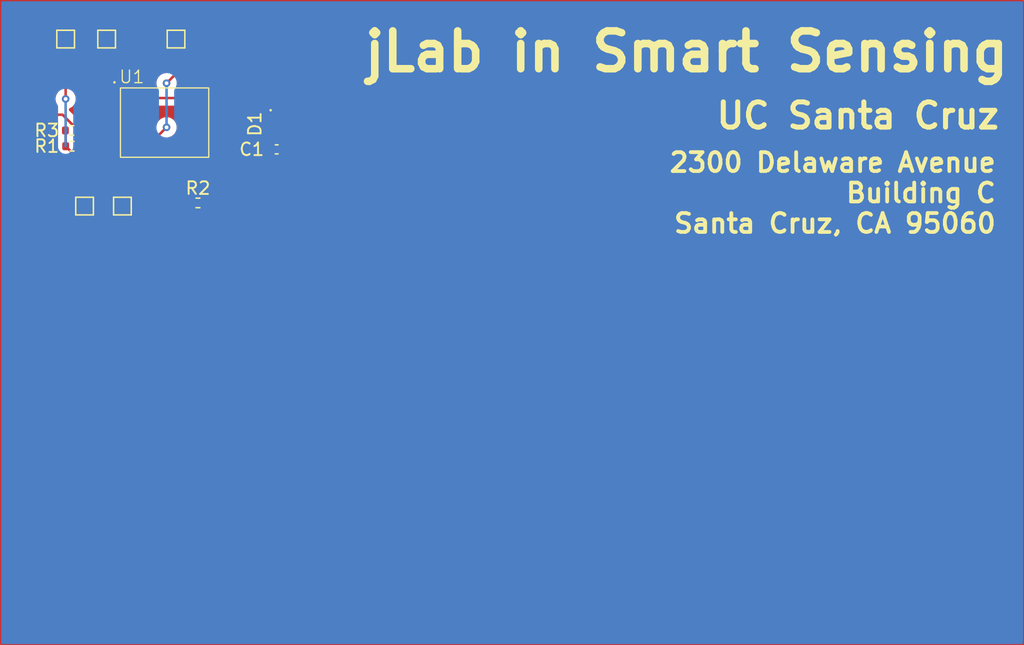
<source format=kicad_pcb>
(kicad_pcb (version 20240108) (generator "pcbnew") (generator_version "8.0")
  (layers (0 "F.Cu" signal) (31 "B.Cu" signal) (34 "B.Paste" user) (35 "F.Paste" user) (36 "B.SilkS" user "B.Silkscreen") (37 "F.SilkS" user "F.Silkscreen") (38 "B.Mask" user) (39 "F.Mask" user) (44 "Edge.Cuts" user))
  (net 0 "")
  (net 1 "Net-(D1-A)")
  (net 2 "GNDREF")
  (net 3 "Net-(U1-FD)")
  (net 4 "Net-(U1-SDA)")
  (net 5 "Net-(U1-SCL)")
  (net 6 "Net-(U1-LA)")
  (footprint "TestPoint:TestPoint_Pad_1.0x1.0mm" (layer "F.Cu") (at 58.354 53)
    (property "Reference" "TP5" (hide yes))
    (property "Value" "GND")
    (fp_line (start -0.7 -0.7) (end 0.7 -0.7) (stroke (width 0.12)) (layer "F.SilkS"))
    (fp_line (start -0.7 0.7) (end -0.7 -0.7) (stroke (width 0.12)) (layer "F.SilkS"))
    (fp_line (start 0.7 -0.7) (end 0.7 0.7) (stroke (width 0.12)) (layer "F.SilkS"))
    (fp_line (start 0.7 0.7) (end -0.7 0.7) (stroke (width 0.12)) (layer "F.SilkS"))
    (pad "1" smd rect (at 0 0) (size 1 1) (layers "F.Cu" "F.Mask") (net 2 "GNDREF"))
  )
  (footprint "Resistor_SMD:R_0402_1005Metric" (layer "F.Cu") (at 55.594 60.25)
    (property "Reference" "R3" (at -1.99 0 0) (layer "F.SilkS"))
    (property "Value" "10kΩ" (hide yes))
    (fp_line (start -0.153641 -0.38) (end 0.153641 -0.38) (stroke (width 0.12)) (layer "F.SilkS"))
    (fp_line (start -0.153641 0.38) (end 0.153641 0.38) (stroke (width 0.12)) (layer "F.SilkS"))
    (pad "1" smd roundrect (at -0.51 0) (size 0.54 0.64) (layers "F.Cu" "F.Paste" "F.Mask") (net 1 "Net-(D1-A)"))
    (pad "2" smd roundrect (at 0.51 0) (size 0.54 0.64) (layers "F.Cu" "F.Paste" "F.Mask") (net 5 "Net-(U1-SCL)"))
  )
  (footprint "Capacitor_SMD:C_0402_1005Metric" (layer "F.Cu") (at 71.834 61.75)
    (property "Reference" "C1" (at -1.98 0 0) (layer "F.SilkS"))
    (property "Value" "220nF" (hide yes))
    (fp_line (start -0.107836 -0.36) (end 0.107836 -0.36) (stroke (width 0.12)) (layer "F.SilkS"))
    (fp_line (start -0.107836 0.36) (end 0.107836 0.36) (stroke (width 0.12)) (layer "F.SilkS"))
    (pad "1" smd roundrect (at -0.48 0) (size 0.56 0.62) (layers "F.Cu" "F.Paste" "F.Mask") (net 1 "Net-(D1-A)"))
    (pad "2" smd roundrect (at 0.48 0) (size 0.56 0.62) (layers "F.Cu" "F.Paste" "F.Mask") (net 2 "GNDREF"))
  )
  (footprint "TestPoint:TestPoint_Pad_1.0x1.0mm" (layer "F.Cu") (at 59.604 66.25)
    (property "Reference" "TP2" (hide yes))
    (property "Value" "SDA")
    (fp_line (start -0.7 -0.7) (end 0.7 -0.7) (stroke (width 0.12)) (layer "F.SilkS"))
    (fp_line (start -0.7 0.7) (end -0.7 -0.7) (stroke (width 0.12)) (layer "F.SilkS"))
    (fp_line (start 0.7 -0.7) (end 0.7 0.7) (stroke (width 0.12)) (layer "F.SilkS"))
    (fp_line (start 0.7 0.7) (end -0.7 0.7) (stroke (width 0.12)) (layer "F.SilkS"))
    (pad "1" smd rect (at 0 0) (size 1 1) (layers "F.Cu" "F.Mask") (net 4 "Net-(U1-SDA)"))
  )
  (footprint "TestPoint:TestPoint_Pad_1.0x1.0mm" (layer "F.Cu") (at 55.104 53)
    (property "Reference" "TP4" (hide yes))
    (property "Value" "VCC")
    (fp_line (start -0.7 -0.7) (end 0.7 -0.7) (stroke (width 0.12)) (layer "F.SilkS"))
    (fp_line (start -0.7 0.7) (end -0.7 -0.7) (stroke (width 0.12)) (layer "F.SilkS"))
    (fp_line (start 0.7 -0.7) (end 0.7 0.7) (stroke (width 0.12)) (layer "F.SilkS"))
    (fp_line (start 0.7 0.7) (end -0.7 0.7) (stroke (width 0.12)) (layer "F.SilkS"))
    (pad "1" smd rect (at 0 0) (size 1 1) (layers "F.Cu" "F.Mask") (net 1 "Net-(D1-A)"))
  )
  (footprint "Library:SOT96-1" (layer "F.Cu") (at 62.949 59.583 -90)
    (property "Reference" "U1" (at -3.583 2.595 0) (layer "F.SilkS") (effects (font (thickness 0.1))))
    (property "Value" "NT3H2111W0FHKH" (hide yes))
    (fp_rect (start -2.706 -3.5) (end 2.794 3.5) (stroke (width 0.1)) (fill none) (layer "F.SilkS"))
    (fp_circle (center -3.15 3.975) (end -3.15 4.025) (stroke (width 0.1)) (fill none) (layer "F.SilkS"))
    (pad "1" smd rect (at -1.905 2.667 270) (size 0.6 1.3) (layers "F.Cu" "F.Paste" "F.Mask") (net 6 "Net-(U1-LA)"))
    (pad "2" smd rect (at -0.635 2.667 270) (size 0.6 1.3) (layers "F.Cu" "F.Paste" "F.Mask") (net 2 "GNDREF"))
    (pad "3" smd rect (at 0.635 2.667 270) (size 0.6 1.3) (layers "F.Cu" "F.Paste" "F.Mask") (net 5 "Net-(U1-SCL)"))
    (pad "4" smd rect (at 1.905 2.667 270) (size 0.6 1.3) (layers "F.Cu" "F.Paste" "F.Mask") (net 3 "Net-(U1-FD)"))
    (pad "5" smd rect (at 1.905 -2.667 270) (size 0.6 1.3) (layers "F.Cu" "F.Paste" "F.Mask") (net 4 "Net-(U1-SDA)"))
    (pad "6" smd rect (at 0.635 -2.667 270) (size 0.6 1.3) (layers "F.Cu" "F.Paste" "F.Mask") (net 1 "Net-(D1-A)"))
    (pad "7" smd rect (at -0.635 -2.667 270) (size 0.6 1.3) (layers "F.Cu" "F.Paste" "F.Mask") (net 1 "Net-(D1-A)"))
    (pad "8" smd rect (at -1.905 -2.667 270) (size 0.6 1.3) (layers "F.Cu" "F.Paste" "F.Mask") (net 6 "Net-(U1-LA)"))
  )
  (footprint "Resistor_SMD:R_0402_1005Metric" (layer "F.Cu") (at 65.594 66)
    (property "Reference" "R2" (at 0 -1.17 0) (layer "F.SilkS"))
    (property "Value" "10kΩ" (hide yes))
    (fp_line (start -0.153641 -0.38) (end 0.153641 -0.38) (stroke (width 0.12)) (layer "F.SilkS"))
    (fp_line (start -0.153641 0.38) (end 0.153641 0.38) (stroke (width 0.12)) (layer "F.SilkS"))
    (pad "1" smd roundrect (at -0.51 0) (size 0.54 0.64) (layers "F.Cu" "F.Paste" "F.Mask") (net 1 "Net-(D1-A)"))
    (pad "2" smd roundrect (at 0.51 0) (size 0.54 0.64) (layers "F.Cu" "F.Paste" "F.Mask") (net 4 "Net-(U1-SDA)"))
  )
  (footprint "TestPoint:TestPoint_Pad_1.0x1.0mm" (layer "F.Cu") (at 63.854 53)
    (property "Reference" "TP1" (hide yes))
    (property "Value" "Signal")
    (fp_line (start -0.7 -0.7) (end 0.7 -0.7) (stroke (width 0.12)) (layer "F.SilkS"))
    (fp_line (start -0.7 0.7) (end -0.7 -0.7) (stroke (width 0.12)) (layer "F.SilkS"))
    (fp_line (start 0.7 -0.7) (end 0.7 0.7) (stroke (width 0.12)) (layer "F.SilkS"))
    (fp_line (start 0.7 0.7) (end -0.7 0.7) (stroke (width 0.12)) (layer "F.SilkS"))
    (pad "1" smd rect (at 0 0) (size 1 1) (layers "F.Cu" "F.Mask") (net 3 "Net-(U1-FD)"))
  )
  (footprint "LED_SMD:LED_0402_1005Metric" (layer "F.Cu") (at 71.354 59.735 -90)
    (property "Reference" "D1" (at 0 1.25 90) (layer "F.SilkS"))
    (property "Value" "LED" (hide yes))
    (fp_circle (center -1.09 0) (end -1.04 0) (stroke (width 0.1)) (fill none) (layer "F.SilkS"))
    (pad "1" smd roundrect (at -0.485 0 270) (size 0.59 0.64) (layers "F.Cu" "F.Paste" "F.Mask") (net 2 "GNDREF"))
    (pad "2" smd roundrect (at 0.485 0 270) (size 0.59 0.64) (layers "F.Cu" "F.Paste" "F.Mask") (net 1 "Net-(D1-A)"))
  )
  (footprint "Resistor_SMD:R_0402_1005Metric" (layer "F.Cu") (at 55.614 61.5)
    (property "Reference" "R1" (at -2.01 0 0) (layer "F.SilkS"))
    (property "Value" "10kΩ" (hide yes))
    (fp_line (start -0.153641 -0.38) (end 0.153641 -0.38) (stroke (width 0.12)) (layer "F.SilkS"))
    (fp_line (start -0.153641 0.38) (end 0.153641 0.38) (stroke (width 0.12)) (layer "F.SilkS"))
    (pad "1" smd roundrect (at -0.51 0) (size 0.54 0.64) (layers "F.Cu" "F.Paste" "F.Mask") (net 1 "Net-(D1-A)"))
    (pad "2" smd roundrect (at 0.51 0) (size 0.54 0.64) (layers "F.Cu" "F.Paste" "F.Mask") (net 3 "Net-(U1-FD)"))
  )
  (footprint "TestPoint:TestPoint_Pad_1.0x1.0mm" (layer "F.Cu") (at 56.604 66.25)
    (property "Reference" "TP3" (hide yes))
    (property "Value" "SCL")
    (fp_line (start -0.7 -0.7) (end 0.7 -0.7) (stroke (width 0.12)) (layer "F.SilkS"))
    (fp_line (start -0.7 0.7) (end -0.7 -0.7) (stroke (width 0.12)) (layer "F.SilkS"))
    (fp_line (start 0.7 -0.7) (end 0.7 0.7) (stroke (width 0.12)) (layer "F.SilkS"))
    (fp_line (start 0.7 0.7) (end -0.7 0.7) (stroke (width 0.12)) (layer "F.SilkS"))
    (pad "1" smd rect (at 0 0) (size 1 1) (layers "F.Cu" "F.Mask") (net 5 "Net-(U1-SCL)"))
  )
  (gr_rect (start 50 50) (end 131 101) (stroke (width 0.2)) (fill none) (layer "F.Cu"))
  (gr_text "jLab in Smart Sensing" (at 78.5 55.75 0) (layer "F.SilkS") (effects (font (size 3 3) (thickness 0.6) (bold yes)) (justify left bottom)))
  (gr_text "UC Santa Cruz" (at 106.5 60.25 0) (layer "F.SilkS") (effects (font (size 2 2) (thickness 0.4) (bold yes)) (justify left bottom)))
  (gr_text "2300 Delaware Avenue\nBuilding C\nSanta Cruz, CA 95060" (at 129 68.5 0) (layer "F.SilkS") (effects (font (size 1.5 1.5) (thickness 0.3) (bold yes)) (justify right bottom)))
  (segment (start 64.666 65.582) (end 64.666 62.5) (width 0.2) (layer "F.Cu") (net 1))
  (segment (start 55.104 61.5) (end 56.104 62.5) (width 0.2) (layer "F.Cu") (net 1))
  (segment (start 55.104 53) (end 55.104 57.75) (width 0.2) (layer "F.Cu") (net 1))
  (segment (start 65.084 66) (end 64.666 65.582) (width 0.2) (layer "F.Cu") (net 1))
  (segment (start 65.616 58.948) (end 65.616 60.218) (width 0.2) (layer "F.Cu") (net 1))
  (segment (start 64.666 60.818) (end 65.266 60.218) (width 0.2) (layer "F.Cu") (net 1))
  (segment (start 55.104 61.5) (end 55.104 60.27) (width 0.2) (layer "F.Cu") (net 1))
  (segment (start 71.354 60.22) (end 71.354 61.75) (width 0.2) (layer "F.Cu") (net 1))
  (segment (start 65.616 60.218) (end 71.352 60.218) (width 0.2) (layer "F.Cu") (net 1))
  (segment (start 55.104 60.27) (end 55.084 60.25) (width 0.2) (layer "F.Cu") (net 1))
  (segment (start 71.352 60.218) (end 71.354 60.22) (width 0.2) (layer "F.Cu") (net 1))
  (segment (start 64.666 62.5) (end 64.666 60.818) (width 0.2) (layer "F.Cu") (net 1))
  (segment (start 56.104 62.5) (end 64.666 62.5) (width 0.2) (layer "F.Cu") (net 1))
  (segment (start 65.266 60.218) (end 65.616 60.218) (width 0.2) (layer "F.Cu") (net 1))
  (via (at 55.104 57.75) (size 0.6) (drill 0.3) (layers "F.Cu" "B.Cu") (net 1))
  (segment (start 55.104 57.75) (end 55.104 61.5) (width 0.2) (layer "B.Cu") (net 1))
  (segment (start 59.932 58.948) (end 58.354 57.37) (width 0.2) (layer "F.Cu") (net 2))
  (segment (start 60.282 58.948) (end 59.932 58.948) (width 0.2) (layer "F.Cu") (net 2))
  (segment (start 58.354 57.37) (end 58.354 53) (width 0.2) (layer "F.Cu") (net 2))
  (segment (start 63.854 53) (end 63.854 55.75) (width 0.2) (layer "F.Cu") (net 3))
  (segment (start 60.282 61.488) (end 56.136 61.488) (width 0.2) (layer "F.Cu") (net 3))
  (segment (start 56.136 61.488) (end 56.124 61.5) (width 0.2) (layer "F.Cu") (net 3))
  (segment (start 63.854 55.75) (end 63.104 56.5) (width 0.2) (layer "F.Cu") (net 3))
  (segment (start 63.104 60) (end 61.616 61.488) (width 0.2) (layer "F.Cu") (net 3))
  (segment (start 61.616 61.488) (end 60.282 61.488) (width 0.2) (layer "F.Cu") (net 3))
  (via (at 63.104 60) (size 0.6) (drill 0.3) (layers "F.Cu" "B.Cu") (net 3))
  (via (at 63.104 56.5) (size 0.6) (drill 0.3) (layers "F.Cu" "B.Cu") (net 3))
  (segment (start 63.104 56.5) (end 63.104 60) (width 0.2) (layer "B.Cu") (net 3))
  (segment (start 60.304 66.25) (end 60.804 66.75) (width 0.2) (layer "F.Cu") (net 4))
  (segment (start 65.354 66.75) (end 66.104 66) (width 0.2) (layer "F.Cu") (net 4))
  (segment (start 66.104 61.976) (end 65.616 61.488) (width 0.2) (layer "F.Cu") (net 4))
  (segment (start 60.804 66.75) (end 65.354 66.75) (width 0.2) (layer "F.Cu") (net 4))
  (segment (start 59.604 66.25) (end 60.304 66.25) (width 0.2) (layer "F.Cu") (net 4))
  (segment (start 66.104 66) (end 66.104 61.976) (width 0.2) (layer "F.Cu") (net 4))
  (segment (start 60.25 60.25) (end 60.282 60.218) (width 0.2) (layer "F.Cu") (net 5))
  (segment (start 56.354 66) (end 55.604 66) (width 0.2) (layer "F.Cu") (net 5))
  (segment (start 55.604 66) (end 52.104 62.5) (width 0.2) (layer "F.Cu") (net 5))
  (segment (start 52.104 59) (end 54.854 59) (width 0.2) (layer "F.Cu") (net 5))
  (segment (start 54.854 59) (end 56.104 60.25) (width 0.2) (layer "F.Cu") (net 5))
  (segment (start 56.104 60.25) (end 60.25 60.25) (width 0.2) (layer "F.Cu") (net 5))
  (segment (start 56.604 66.25) (end 56.354 66) (width 0.2) (layer "F.Cu") (net 5))
  (segment (start 52.104 62.5) (end 52.104 59) (width 0.2) (layer "F.Cu") (net 5))
  (segment (start 60.282 57.678) (end 65.616 57.678) (width 0.2) (layer "F.Cu") (net 6))
  (zone (net 2) (net_name "GNDREF") (layers "F&B.Cu") (connect_pads (clearance 0.5)) (min_thickness 0.25) (fill yes (thermal_gap 0.5) (thermal_bridge_width 0.5) (island_removal_mode 1) (island_area_min 10))
    (polygon (pts (xy 50 50) (xy 131 50) (xy 131 101) (xy 50 101)))
  )
)
</source>
